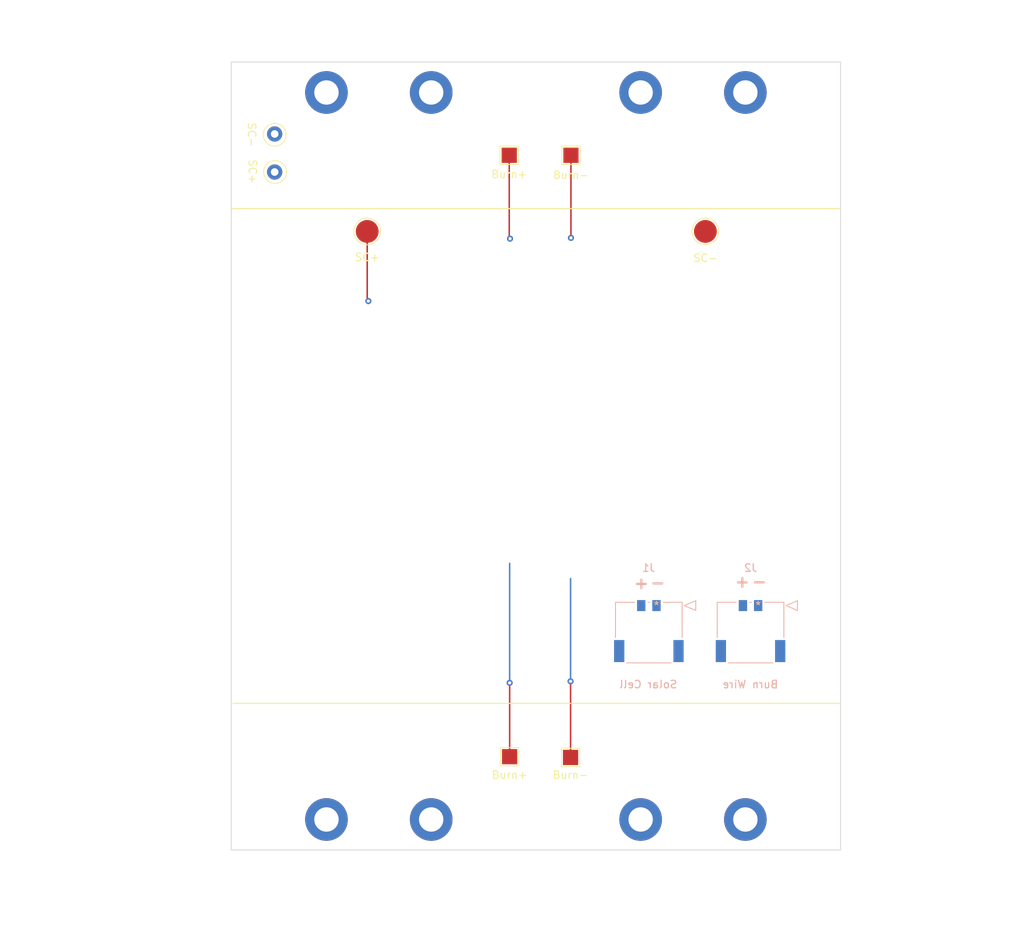
<source format=kicad_pcb>
(kicad_pcb (version 20211014) (generator pcbnew)
  (layers (0 "F.Cu" signal) (31 "B.Cu" signal) (34 "B.Paste" user) (35 "F.Paste" user) (36 "B.SilkS" user "B.Silkscreen") (37 "F.SilkS" user "F.Silkscreen") (38 "B.Mask" user) (39 "F.Mask" user) (44 "Edge.Cuts" user))
  (net 0 "")
  (net 1 "SC-")
  (net 2 "SC+")
  (net 3 "BURN+")
  (net 4 "BURN-")
  (footprint "TestPoint:TestPoint_Loop_D1.80mm_Drill1.0mm_Beaded" (layer "F.Cu") (at 77.85 53.2)
    (fp_text reference "TP1")
    (fp_text value "SC+" (at -2.95 -0.05 270 unlocked) (layer "F.SilkS"))
    (fp_circle (center 0 0) (end 1.5 0) (layer "F.SilkS") (width 0.12) (fill none))
    (pad "1" thru_hole circle (at -0.05 0) (size 2 2) (drill 1) (layers *.Cu *.Mask) (net 2 "SC+"))
  )
  (footprint "MountingHole:MountingHole_3.2mm_M3_DIN965_Pad" (layer "F.Cu") (at 98.35 138.25)
    (fp_text reference "H6")
    (fp_text value "MountingHole")
    (pad "1" thru_hole circle (at 0 0) (size 5.6 5.6) (drill 3.2) (layers *.Cu *.Mask))
  )
  (footprint "TestPoint:TestPoint_Pad_2.0x2.0mm" (layer "F.Cu") (at 116.65 130.1)
    (fp_text reference "LowerBurn2")
    (fp_text value "Burn-" (at 0 2.3) (layer "F.SilkS"))
    (fp_line (start -1.2 1.2) (end -1.2 -1.2) (layer "F.SilkS") (width 0.12))
    (fp_line (start 1.2 1.2) (end -1.2 1.2) (layer "F.SilkS") (width 0.12))
    (fp_line (start -1.2 -1.2) (end 1.2 -1.2) (layer "F.SilkS") (width 0.12))
    (fp_line (start 1.2 -1.2) (end 1.2 1.2) (layer "F.SilkS") (width 0.12))
    (pad "1" smd rect (at 0 0) (size 2 2) (layers "F.Cu" "F.Mask") (net 4 "BURN-"))
  )
  (footprint "MountingHole:MountingHole_3.2mm_M3_DIN965_Pad" (layer "F.Cu") (at 84.6 42.75)
    (fp_text reference "H1")
    (fp_text value "MountingHole")
    (pad "1" thru_hole circle (at 0 0) (size 5.6 5.6) (drill 3.2) (layers *.Cu *.Mask))
  )
  (footprint "TestPoint:TestPoint_Pad_D3.0mm" (layer "F.Cu") (at 89.95 61)
    (fp_text reference "SC1")
    (fp_text value "SC+" (at 0 3.4) (layer "F.SilkS"))
    (fp_circle (center 0 0) (end 0 1.75) (layer "F.SilkS") (width 0.12) (fill none))
    (pad "1" smd circle (at 0 0) (size 3 3) (layers "F.Cu" "F.Mask") (net 2 "SC+"))
  )
  (footprint "MountingHole:MountingHole_3.2mm_M3_DIN965_Pad" (layer "F.Cu") (at 139.6 138.25)
    (fp_text reference "H8")
    (fp_text value "MountingHole")
    (pad "1" thru_hole circle (at 0 0) (size 5.6 5.6) (drill 3.2) (layers *.Cu *.Mask))
  )
  (footprint "MountingHole:MountingHole_3.2mm_M3_DIN965_Pad" (layer "F.Cu") (at 84.6 138.25)
    (fp_text reference "H5")
    (fp_text value "MountingHole")
    (pad "1" thru_hole circle (at 0 0) (size 5.6 5.6) (drill 3.2) (layers *.Cu *.Mask))
  )
  (footprint "TestPoint:TestPoint_Pad_2.0x2.0mm" (layer "F.Cu") (at 108.6 51)
    (fp_text reference "UpperBurn1")
    (fp_text value "Burn+" (at 0 2.5) (layer "F.SilkS"))
    (fp_line (start -1.2 1.2) (end -1.2 -1.2) (layer "F.SilkS") (width 0.12))
    (fp_line (start 1.2 1.2) (end -1.2 1.2) (layer "F.SilkS") (width 0.12))
    (fp_line (start -1.2 -1.2) (end 1.2 -1.2) (layer "F.SilkS") (width 0.12))
    (fp_line (start 1.2 -1.2) (end 1.2 1.2) (layer "F.SilkS") (width 0.12))
    (pad "1" smd rect (at 0 0) (size 2 2) (layers "F.Cu" "F.Mask") (net 3 "BURN+"))
  )
  (footprint "TestPoint:TestPoint_Pad_2.0x2.0mm" (layer "F.Cu") (at 116.7 51)
    (fp_text reference "UpperBurn2")
    (fp_text value "Burn-" (at 0 2.6) (layer "F.SilkS"))
    (fp_line (start 1.2 1.2) (end -1.2 1.2) (layer "F.SilkS") (width 0.12))
    (fp_line (start -1.2 1.2) (end -1.2 -1.2) (layer "F.SilkS") (width 0.12))
    (fp_line (start -1.2 -1.2) (end 1.2 -1.2) (layer "F.SilkS") (width 0.12))
    (fp_line (start 1.2 -1.2) (end 1.2 1.2) (layer "F.SilkS") (width 0.12))
    (pad "1" smd rect (at 0 0) (size 2 2) (layers "F.Cu" "F.Mask") (net 4 "BURN-"))
  )
  (footprint "MountingHole:MountingHole_3.2mm_M3_DIN965_Pad" (layer "F.Cu") (at 125.85 42.75)
    (fp_text reference "H3")
    (fp_text value "MountingHole")
    (pad "1" thru_hole circle (at 0 0) (size 5.6 5.6) (drill 3.2) (layers *.Cu *.Mask))
  )
  (footprint "TestPoint:TestPoint_Pad_2.0x2.0mm" (layer "F.Cu") (at 108.65 130)
    (fp_text reference "LowerBurn1")
    (fp_text value "Burn+" (at 0 2.4) (layer "F.SilkS"))
    (fp_line (start -1.2 -1.2) (end 1.2 -1.2) (layer "F.SilkS") (width 0.12))
    (fp_line (start -1.2 1.2) (end -1.2 -1.2) (layer "F.SilkS") (width 0.12))
    (fp_line (start 1.2 1.2) (end -1.2 1.2) (layer "F.SilkS") (width 0.12))
    (fp_line (start 1.2 -1.2) (end 1.2 1.2) (layer "F.SilkS") (width 0.12))
    (pad "1" smd rect (at 0 0) (size 2 2) (layers "F.Cu" "F.Mask") (net 3 "BURN+"))
  )
  (footprint "TestPoint:TestPoint_Loop_D1.80mm_Drill1.0mm_Beaded" (layer "F.Cu") (at 77.8 48.3)
    (fp_text reference "TP2")
    (fp_text value "SC-" (at -3 0 270 unlocked) (layer "F.SilkS"))
    (fp_circle (center 0 0) (end 1.5 0) (layer "F.SilkS") (width 0.12) (fill none))
    (pad "1" thru_hole circle (at 0 -0.1) (size 2 2) (drill 1) (layers *.Cu *.Mask) (net 1 "SC-"))
  )
  (footprint "TestPoint:TestPoint_Pad_D3.0mm" (layer "F.Cu") (at 134.35 61)
    (fp_text reference "SC2")
    (fp_text value "SC-" (at 0 3.5) (layer "F.SilkS"))
    (fp_circle (center 0 0) (end 0 1.75) (layer "F.SilkS") (width 0.12) (fill none))
    (pad "1" smd circle (at 0 0) (size 3 3) (layers "F.Cu" "F.Mask") (net 1 "SC-"))
  )
  (footprint "MountingHole:MountingHole_3.2mm_M3_DIN965_Pad" (layer "F.Cu") (at 139.6 42.75)
    (fp_text reference "H4")
    (fp_text value "MountingHole")
    (pad "1" thru_hole circle (at 0 0) (size 5.6 5.6) (drill 3.2) (layers *.Cu *.Mask))
  )
  (footprint "MountingHole:MountingHole_3.2mm_M3_DIN965_Pad" (layer "F.Cu") (at 98.35 42.75)
    (fp_text reference "H2")
    (fp_text value "MountingHole")
    (pad "1" thru_hole circle (at 0 0) (size 5.6 5.6) (drill 3.2) (layers *.Cu *.Mask))
  )
  (footprint "MountingHole:MountingHole_3.2mm_M3_DIN965_Pad" (layer "F.Cu") (at 125.85 138.25)
    (fp_text reference "H7")
    (fp_text value "MountingHole")
    (pad "1" thru_hole circle (at 0 0) (size 5.6 5.6) (drill 3.2) (layers *.Cu *.Mask))
  )
  (footprint "Molex_PicoLock_2p_2mm_2053380002:2053380002" (layer "B.Cu") (at 127.9285 110.150001)
    (fp_text reference "J1" (at -1.0285 -4.950001) (layer "B.SilkS") (effects (justify mirror)))
    (fp_text value "Solar Cell" (at -1.0785 10.349999) (layer "B.SilkS") (effects (justify mirror)))
    (fp_text user "*" (at 0 0) (layer "B.SilkS") (effects (justify mirror)))
    (fp_line (start 3.628992 0) (end 5.152992 0.635) (layer "B.SilkS") (width 0.12))
    (fp_line (start -5.374991 4.20496) (end -5.374991 -0.425) (layer "B.SilkS") (width 0.12))
    (fp_line (start -5.374991 -0.425) (end -2.870041 -0.425) (layer "B.SilkS") (width 0.12))
    (fp_line (start 3.374992 -0.425) (end 3.374992 4.20496) (layer "B.SilkS") (width 0.12))
    (fp_line (start 5.152992 0.635) (end 5.152992 -0.635) (layer "B.SilkS") (width 0.12))
    (fp_line (start -1.129961 -0.425) (end -0.87004 -0.425) (layer "B.SilkS") (width 0.12))
    (fp_line (start 5.152992 -0.635) (end 3.628992 0) (layer "B.SilkS") (width 0.12))
    (fp_line (start 0.87004 -0.425) (end 3.374992 -0.425) (layer "B.SilkS") (width 0.12))
    (fp_line (start 1.915982 7.525) (end -3.915981 7.525) (layer "B.SilkS") (width 0.12))
    (pad "1" smd rect locked (at 0 0) (size 1.1 1.45) (layers "B.Cu" "B.Paste" "B.Mask") (net 1 "SC-"))
    (pad "2" smd rect locked (at -2.000001 0) (size 1.1 1.45) (layers "B.Cu" "B.Paste" "B.Mask") (net 2 "SC+"))
    (pad "3" smd rect locked (at 2.894998 5.974999) (size 1.35 2.899999) (layers "B.Cu" "B.Paste" "B.Mask"))
    (pad "4" smd rect locked (at -4.894997 5.974999) (size 1.35 2.899999) (layers "B.Cu" "B.Paste" "B.Mask"))
  )
  (footprint "Molex_PicoLock_2p_2mm_2053380002:2053380002" (layer "B.Cu") (at 141.2785 110.150001)
    (fp_text reference "J2" (at -0.9785 -4.950001) (layer "B.SilkS") (effects (justify mirror)))
    (fp_text value "Burn Wire" (at -1.0285 10.349999) (layer "B.SilkS") (effects (justify mirror)))
    (fp_text user "*" (at 0 0) (layer "B.SilkS") (effects (justify mirror)))
    (fp_line (start 3.374992 -0.425) (end 3.374992 4.20496) (layer "B.SilkS") (width 0.12))
    (fp_line (start -5.374991 -0.425) (end -2.870041 -0.425) (layer "B.SilkS") (width 0.12))
    (fp_line (start -1.129961 -0.425) (end -0.87004 -0.425) (layer "B.SilkS") (width 0.12))
    (fp_line (start 5.152992 0.635) (end 5.152992 -0.635) (layer "B.SilkS") (width 0.12))
    (fp_line (start 3.628992 0) (end 5.152992 0.635) (layer "B.SilkS") (width 0.12))
    (fp_line (start 1.915982 7.525) (end -3.915981 7.525) (layer "B.SilkS") (width 0.12))
    (fp_line (start -5.374991 4.20496) (end -5.374991 -0.425) (layer "B.SilkS") (width 0.12))
    (fp_line (start 0.87004 -0.425) (end 3.374992 -0.425) (layer "B.SilkS") (width 0.12))
    (fp_line (start 5.152992 -0.635) (end 3.628992 0) (layer "B.SilkS") (width 0.12))
    (pad "1" smd rect locked (at 0 0) (size 1.1 1.45) (layers "B.Cu" "B.Paste" "B.Mask") (net 4 "BURN-"))
    (pad "2" smd rect locked (at -2.000001 0) (size 1.1 1.45) (layers "B.Cu" "B.Paste" "B.Mask") (net 3 "BURN+"))
    (pad "3" smd rect locked (at 2.894998 5.974999) (size 1.35 2.899999) (layers "B.Cu" "B.Paste" "B.Mask"))
    (pad "4" smd rect locked (at -4.894997 5.974999) (size 1.35 2.899999) (layers "B.Cu" "B.Paste" "B.Mask"))
  )
  (gr_line (start 72.3 123) (end 152 123) (layer "F.SilkS") (width 0.15))
  (gr_line (start 72.2 58) (end 152 58) (layer "F.SilkS") (width 0.15))
  (gr_poly (pts (xy 72.1 142.25) (xy 72.1 38.75) (xy 152.1 38.75) (xy 152.1 142.25)) (layer "Edge.Cuts") (width 0.1) (fill none))
  (gr_text "+" (at 139.2 107) (layer "B.SilkS") (effects (font (size 1.5 1.5) (thickness 0.3)) (justify mirror)))
  (gr_text "-" (at 141.45 107.2 -180) (layer "B.SilkS") (effects (font (size 1.5 1.5) (thickness 0.3)) (justify mirror)))
  (gr_text "-" (at 128.1 107.35 -180) (layer "B.SilkS") (effects (font (size 1.5 1.5) (thickness 0.3)) (justify mirror)))
  (gr_text "+" (at 125.95 107.2) (layer "B.SilkS") (effects (font (size 1.5 1.5) (thickness 0.3)) (justify mirror)))
  (segment (start 89.95 70) (end 89.95 61) (width 0.2) (layer "F.Cu") (net 2))
  (segment (start 90.1 70.15) (end 89.95 70) (width 0.2) (layer "F.Cu") (net 2))
  (via (at 90.1 70.15) (size 0.8) (drill 0.4) (layers "F.Cu" "B.Cu") (net 2))
  (segment (start 108.65 120.3) (end 108.65 130) (width 0.2) (layer "F.Cu") (net 3))
  (segment (start 108.7 61.95) (end 108.6 61.85) (width 0.2) (layer "F.Cu") (net 3))
  (segment (start 108.6 61.85) (end 108.6 51) (width 0.2) (layer "F.Cu") (net 3))
  (via (at 108.65 120.3) (size 0.8) (drill 0.4) (layers "F.Cu" "B.Cu") (net 3))
  (via (at 108.7 61.95) (size 0.8) (drill 0.4) (layers "F.Cu" "B.Cu") (net 3))
  (segment (start 108.65 104.6) (end 108.65 120.3) (width 0.2) (layer "B.Cu") (net 3))
  (segment (start 116.7 51) (end 116.7 61.85) (width 0.2) (layer "F.Cu") (net 4))
  (segment (start 116.65 130.1) (end 116.65 120.1) (width 0.2) (layer "F.Cu") (net 4))
  (via (at 116.65 120.1) (size 0.8) (drill 0.4) (layers "F.Cu" "B.Cu") (net 4))
  (via (at 116.7 61.85) (size 0.8) (drill 0.4) (layers "F.Cu" "B.Cu") (net 4))
  (segment (start 116.65 120.1) (end 116.65 106.6) (width 0.2) (layer "B.Cu") (net 4))
)
</source>
